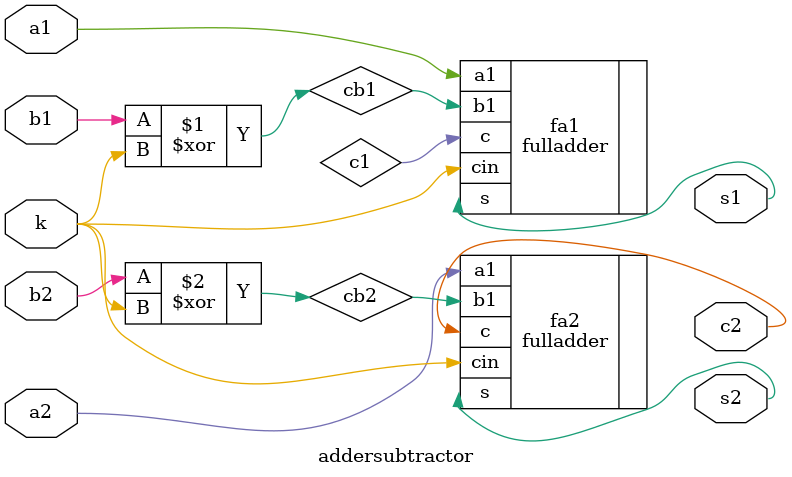
<source format=v>
`timescale 1ns / 1ps



module addersubtractor(
    input a1,b1,a2,b2,k,
    output s1,s2,c2);
    
    wire cb1, cb2, c1;
    
    assign cb1=(b1^k);
    assign cb2=(b2^k);
    
    fulladder fa1(
    .a1(a1), .b1(cb1), .cin(k), .c(c1), .s(s1));
    
    fulladder fa2(
    .a1(a2), .b1(cb2), .cin(k), .c(c2), .s(s2));
    

    
    
    
endmodule

</source>
